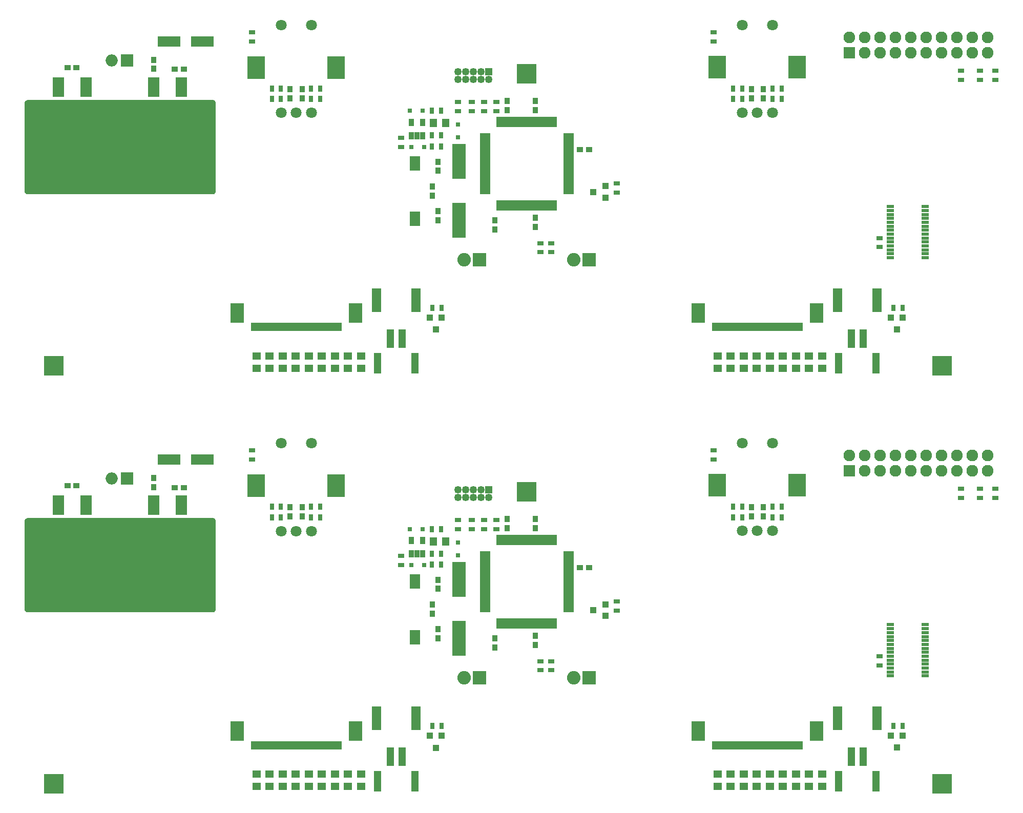
<source format=gbr>
G04 #@! TF.FileFunction,Soldermask,Top*
%FSLAX46Y46*%
G04 Gerber Fmt 4.6, Leading zero omitted, Abs format (unit mm)*
G04 Created by KiCad (PCBNEW 4.0.1-stable) date Fri 05 Feb 2016 02:26:42 PM CET*
%MOMM*%
G01*
G04 APERTURE LIST*
%ADD10C,0.100000*%
%ADD11R,1.103200X0.703200*%
%ADD12O,2.003200X2.003200*%
%ADD13R,2.003200X2.003200*%
%ADD14R,1.203200X3.403200*%
%ADD15C,1.203200*%
%ADD16R,3.203200X3.203200*%
%ADD17R,2.203200X3.203200*%
%ADD18R,0.503200X1.453200*%
%ADD19R,1.930400X1.930400*%
%ADD20O,1.930400X1.930400*%
%ADD21R,0.853200X1.263200*%
%ADD22R,1.854200X3.251200*%
%ADD23R,6.299200X6.299200*%
%ADD24R,0.703200X1.103200*%
%ADD25R,1.003300X1.003300*%
%ADD26R,0.793200X0.653200*%
%ADD27R,0.653200X0.793200*%
%ADD28R,0.953200X1.003200*%
%ADD29R,1.203200X1.453200*%
%ADD30R,2.235200X2.235200*%
%ADD31O,2.235200X2.235200*%
%ADD32R,2.303780X5.803900*%
%ADD33R,1.303200X0.603200*%
%ADD34R,1.703200X0.483200*%
%ADD35R,0.483200X1.703200*%
%ADD36R,1.803200X2.383200*%
%ADD37R,1.253200X1.253200*%
%ADD38C,1.253200*%
%ADD39R,1.203200X3.053200*%
%ADD40R,1.603200X4.003200*%
%ADD41C,1.803200*%
%ADD42R,3.003200X3.803200*%
%ADD43R,1.003200X0.953200*%
%ADD44R,1.453200X1.203200*%
%ADD45R,3.802380X1.803400*%
%ADD46C,0.254000*%
G04 APERTURE END LIST*
D10*
D11*
X156038034Y-119199106D03*
X156038034Y-120699106D03*
D12*
X29154234Y-89875506D03*
D13*
X31654234Y-89875506D03*
D14*
X79255034Y-139862706D03*
X73055034Y-139862706D03*
X155455034Y-139862706D03*
X149255034Y-139862706D03*
D15*
X166322494Y-140319906D03*
D16*
X166322494Y-140319906D03*
D15*
X97691694Y-92034506D03*
D16*
X97691694Y-92034506D03*
D15*
X19535894Y-140319906D03*
D16*
X19535894Y-140319906D03*
D17*
X49853094Y-131578406D03*
X69433094Y-131578406D03*
D18*
X66893094Y-133903406D03*
X66393094Y-133903406D03*
X65893094Y-133903406D03*
X65393094Y-133903406D03*
X64893094Y-133903406D03*
X64393094Y-133903406D03*
X63893094Y-133903406D03*
X63393094Y-133903406D03*
X62893094Y-133903406D03*
X62393094Y-133903406D03*
X61893094Y-133903406D03*
X61393094Y-133903406D03*
X60893094Y-133903406D03*
X60393094Y-133903406D03*
X59893094Y-133903406D03*
X59393094Y-133903406D03*
X58893094Y-133903406D03*
X58393094Y-133903406D03*
X57893094Y-133903406D03*
X57393094Y-133903406D03*
X56893094Y-133903406D03*
X56393094Y-133903406D03*
X55893094Y-133903406D03*
X55393094Y-133903406D03*
X54893094Y-133903406D03*
X54393094Y-133903406D03*
X53893094Y-133903406D03*
X53393094Y-133903406D03*
X52893094Y-133903406D03*
X52393094Y-133903406D03*
D17*
X126053094Y-131578406D03*
X145633094Y-131578406D03*
D18*
X143093094Y-133903406D03*
X142593094Y-133903406D03*
X142093094Y-133903406D03*
X141593094Y-133903406D03*
X141093094Y-133903406D03*
X140593094Y-133903406D03*
X140093094Y-133903406D03*
X139593094Y-133903406D03*
X139093094Y-133903406D03*
X138593094Y-133903406D03*
X138093094Y-133903406D03*
X137593094Y-133903406D03*
X137093094Y-133903406D03*
X136593094Y-133903406D03*
X136093094Y-133903406D03*
X135593094Y-133903406D03*
X135093094Y-133903406D03*
X134593094Y-133903406D03*
X134093094Y-133903406D03*
X133593094Y-133903406D03*
X133093094Y-133903406D03*
X132593094Y-133903406D03*
X132093094Y-133903406D03*
X131593094Y-133903406D03*
X131093094Y-133903406D03*
X130593094Y-133903406D03*
X130093094Y-133903406D03*
X129593094Y-133903406D03*
X129093094Y-133903406D03*
X128593094Y-133903406D03*
D19*
X151025094Y-88587906D03*
D20*
X151025094Y-86047906D03*
X153565094Y-88587906D03*
X153565094Y-86047906D03*
X156105094Y-88587906D03*
X156105094Y-86047906D03*
X158645094Y-88587906D03*
X158645094Y-86047906D03*
X161185094Y-88587906D03*
X161185094Y-86047906D03*
X163725094Y-88587906D03*
X163725094Y-86047906D03*
X166265094Y-88587906D03*
X166265094Y-86047906D03*
X168805094Y-88587906D03*
X168805094Y-86047906D03*
X171345094Y-88587906D03*
X171345094Y-86047906D03*
X173885094Y-88587906D03*
X173885094Y-86047906D03*
D21*
X78632094Y-102260906D03*
X79582094Y-102260906D03*
X80532094Y-102260906D03*
X80532094Y-100060906D03*
X78632094Y-100060906D03*
D22*
X24845094Y-94239406D03*
D23*
X22559094Y-100589406D03*
D22*
X20273094Y-94239406D03*
D11*
X76978594Y-102633406D03*
X76978594Y-104133406D03*
X169472694Y-93020906D03*
X169472694Y-91520906D03*
X172622294Y-93020906D03*
X172622294Y-91520906D03*
X175149594Y-93020906D03*
X175149594Y-91520906D03*
D24*
X82070594Y-104081906D03*
X83570594Y-104081906D03*
X83570594Y-102240406D03*
X82070594Y-102240406D03*
X83570594Y-98176406D03*
X82070594Y-98176406D03*
D25*
X110733354Y-112524906D03*
X110733354Y-110624906D03*
X108734374Y-111574906D03*
D26*
X80764094Y-104145406D03*
X78654094Y-104145406D03*
D27*
X86363894Y-100436106D03*
X86363894Y-102546106D03*
D26*
X80510094Y-98176406D03*
X78400094Y-98176406D03*
D28*
X82122094Y-110697906D03*
X82122094Y-112197906D03*
D29*
X84328594Y-100208406D03*
X82328594Y-100208406D03*
D28*
X36073834Y-91235106D03*
X36073834Y-89735106D03*
D30*
X89874594Y-122750906D03*
D31*
X87334594Y-122750906D03*
D30*
X108035594Y-122750906D03*
D31*
X105495594Y-122750906D03*
D32*
X86554394Y-106535546D03*
X86554394Y-116233266D03*
D33*
X163534294Y-122454706D03*
X163534294Y-121804706D03*
X163534294Y-121154706D03*
X163534294Y-120504706D03*
X163534294Y-119854706D03*
X163534294Y-119204706D03*
X163534294Y-118554706D03*
X163534294Y-117904706D03*
X163534294Y-117254706D03*
X163534294Y-116604706D03*
X163534294Y-115954706D03*
X163534294Y-115304706D03*
X163534294Y-114654706D03*
X163534294Y-114004706D03*
X157834294Y-114004706D03*
X157834294Y-114654706D03*
X157834294Y-115304706D03*
X157834294Y-115954706D03*
X157834294Y-116604706D03*
X157834294Y-117254706D03*
X157834294Y-117904706D03*
X157834294Y-118554706D03*
X157834294Y-119204706D03*
X157834294Y-119854706D03*
X157834294Y-120504706D03*
X157834294Y-121154706D03*
X157834294Y-121804706D03*
X157834294Y-122454706D03*
D34*
X90817694Y-102151306D03*
X90817694Y-102651306D03*
X90817694Y-103151306D03*
X90817694Y-103651306D03*
X90817694Y-104151306D03*
X90817694Y-104651306D03*
X90817694Y-105151306D03*
X90817694Y-105651306D03*
X90817694Y-106151306D03*
X90817694Y-106651306D03*
X90817694Y-107151306D03*
X90817694Y-107651306D03*
X90817694Y-108151306D03*
X90817694Y-108651306D03*
X90817694Y-109151306D03*
X90817694Y-109651306D03*
X90817694Y-110151306D03*
X90817694Y-110651306D03*
X90817694Y-111151306D03*
X90817694Y-111651306D03*
D35*
X92967694Y-113801306D03*
X93467694Y-113801306D03*
X93967694Y-113801306D03*
X94467694Y-113801306D03*
X94967694Y-113801306D03*
X95467694Y-113801306D03*
X95967694Y-113801306D03*
X96467694Y-113801306D03*
X96967694Y-113801306D03*
X97467694Y-113801306D03*
X97967694Y-113801306D03*
X98467694Y-113801306D03*
X98967694Y-113801306D03*
X99467694Y-113801306D03*
X99967694Y-113801306D03*
X100467694Y-113801306D03*
X100967694Y-113801306D03*
X101467694Y-113801306D03*
X101967694Y-113801306D03*
X102467694Y-113801306D03*
D34*
X104617694Y-111651306D03*
X104617694Y-111151306D03*
X104617694Y-110651306D03*
X104617694Y-110151306D03*
X104617694Y-109651306D03*
X104617694Y-109151306D03*
X104617694Y-108651306D03*
X104617694Y-108151306D03*
X104617694Y-107651306D03*
X104617694Y-107151306D03*
X104617694Y-106651306D03*
X104617694Y-106151306D03*
X104617694Y-105651306D03*
X104617694Y-105151306D03*
X104617694Y-104651306D03*
X104617694Y-104151306D03*
X104617694Y-103651306D03*
X104617694Y-103151306D03*
X104617694Y-102651306D03*
X104617694Y-102151306D03*
D35*
X102467694Y-100001306D03*
X101967694Y-100001306D03*
X101467694Y-100001306D03*
X100967694Y-100001306D03*
X100467694Y-100001306D03*
X99967694Y-100001306D03*
X99467694Y-100001306D03*
X98967694Y-100001306D03*
X98467694Y-100001306D03*
X97967694Y-100001306D03*
X97467694Y-100001306D03*
X96967694Y-100001306D03*
X96467694Y-100001306D03*
X95967694Y-100001306D03*
X95467694Y-100001306D03*
X94967694Y-100001306D03*
X94467694Y-100001306D03*
X93967694Y-100001306D03*
X93467694Y-100001306D03*
X92967694Y-100001306D03*
D22*
X40656594Y-94239406D03*
D23*
X38370594Y-100589406D03*
D22*
X36084594Y-94239406D03*
D36*
X79203194Y-106835366D03*
X79198554Y-116040226D03*
D24*
X62068094Y-96233306D03*
X63568094Y-96233306D03*
X138318894Y-96233306D03*
X139818894Y-96233306D03*
X63568094Y-94506106D03*
X62068094Y-94506106D03*
X139818894Y-94506106D03*
X138318894Y-94506106D03*
D11*
X99965594Y-121532406D03*
X99965594Y-120032406D03*
D24*
X57091094Y-96233306D03*
X55591094Y-96233306D03*
X133341894Y-96233306D03*
X131841894Y-96233306D03*
X55591094Y-94506106D03*
X57091094Y-94506106D03*
X131841894Y-94506106D03*
X133341894Y-94506106D03*
D11*
X52327894Y-86670906D03*
X52327894Y-85170906D03*
X128578694Y-86670906D03*
X128578694Y-85170906D03*
X101743594Y-121532406D03*
X101743594Y-120032406D03*
X86313094Y-98227906D03*
X86313094Y-96727906D03*
X88662594Y-98227906D03*
X88662594Y-96727906D03*
X90631094Y-98227906D03*
X90631094Y-96727906D03*
X92663094Y-98227906D03*
X92663094Y-96727906D03*
X112602094Y-111689906D03*
X112602094Y-110189906D03*
D24*
X82123334Y-130718706D03*
X83623334Y-130718706D03*
X158310634Y-130718706D03*
X159810634Y-130718706D03*
D25*
X83632834Y-132334146D03*
X81732834Y-132334146D03*
X82682834Y-134333126D03*
X159820134Y-132321446D03*
X157920134Y-132321446D03*
X158870134Y-134320426D03*
D37*
X91456594Y-91699406D03*
D38*
X90186594Y-91699406D03*
X88916594Y-91699406D03*
X87646594Y-91699406D03*
X86376594Y-91699406D03*
X90186594Y-92969406D03*
X88916594Y-92969406D03*
X87646594Y-92969406D03*
X86376594Y-92969406D03*
X91456594Y-92969406D03*
D39*
X75153094Y-135813906D03*
X77153094Y-135813906D03*
D40*
X72903094Y-129438906D03*
X79403094Y-129438906D03*
D39*
X151353094Y-135813906D03*
X153353094Y-135813906D03*
D40*
X149103094Y-129438906D03*
X155603094Y-129438906D03*
D41*
X57106894Y-98519306D03*
X57106894Y-84019306D03*
X62106894Y-98519306D03*
X62106894Y-84019306D03*
X59606894Y-98519306D03*
D42*
X53006894Y-91019306D03*
X66206894Y-91019306D03*
D41*
X133332294Y-98468506D03*
X133332294Y-83968506D03*
X138332294Y-98468506D03*
X138332294Y-83968506D03*
X135832294Y-98468506D03*
D42*
X129232294Y-90968506D03*
X142432294Y-90968506D03*
D28*
X60582894Y-96094306D03*
X60582894Y-94594306D03*
X136833694Y-96094306D03*
X136833694Y-94594306D03*
X58576294Y-96094306D03*
X58576294Y-94594306D03*
X134827094Y-96094306D03*
X134827094Y-94594306D03*
X83011094Y-116261906D03*
X83011094Y-114761906D03*
X83011094Y-106570406D03*
X83011094Y-108070406D03*
X99140094Y-115841406D03*
X99140094Y-117341406D03*
X99153494Y-98024706D03*
X99153494Y-96524706D03*
X94441094Y-98037406D03*
X94441094Y-96537406D03*
D43*
X106506094Y-104589906D03*
X108006094Y-104589906D03*
D28*
X92409094Y-116285906D03*
X92409094Y-117785906D03*
D44*
X53039094Y-140705406D03*
X53039094Y-138705406D03*
X68152094Y-140705406D03*
X68152094Y-138705406D03*
X65993094Y-140705406D03*
X65993094Y-138705406D03*
X63834094Y-140705406D03*
X63834094Y-138705406D03*
X59516094Y-140705406D03*
X59516094Y-138705406D03*
X61675094Y-140705406D03*
X61675094Y-138705406D03*
X70311094Y-140705406D03*
X70311094Y-138705406D03*
X57357094Y-140705406D03*
X57357094Y-138705406D03*
X55198094Y-138705406D03*
X55198094Y-140705406D03*
X129239094Y-140705406D03*
X129239094Y-138705406D03*
X144352094Y-140705406D03*
X144352094Y-138705406D03*
X142193094Y-140705406D03*
X142193094Y-138705406D03*
X140034094Y-140705406D03*
X140034094Y-138705406D03*
X135716094Y-140705406D03*
X135716094Y-138705406D03*
X137875094Y-140705406D03*
X137875094Y-138705406D03*
X146511094Y-140705406D03*
X146511094Y-138705406D03*
X133557094Y-140705406D03*
X133557094Y-138705406D03*
X131398094Y-138705406D03*
X131398094Y-140705406D03*
D45*
X44105914Y-86682906D03*
X38604274Y-86682906D03*
D43*
X41025594Y-91318406D03*
X39525594Y-91318406D03*
X21811034Y-91043906D03*
X23311034Y-91043906D03*
X21811034Y-21945302D03*
X23311034Y-21945302D03*
X41025594Y-22219802D03*
X39525594Y-22219802D03*
D45*
X44105914Y-17584302D03*
X38604274Y-17584302D03*
D44*
X131398094Y-69606802D03*
X131398094Y-71606802D03*
X133557094Y-71606802D03*
X133557094Y-69606802D03*
X146511094Y-71606802D03*
X146511094Y-69606802D03*
X137875094Y-71606802D03*
X137875094Y-69606802D03*
X135716094Y-71606802D03*
X135716094Y-69606802D03*
X140034094Y-71606802D03*
X140034094Y-69606802D03*
X142193094Y-71606802D03*
X142193094Y-69606802D03*
X144352094Y-71606802D03*
X144352094Y-69606802D03*
X129239094Y-71606802D03*
X129239094Y-69606802D03*
X55198094Y-69606802D03*
X55198094Y-71606802D03*
X57357094Y-71606802D03*
X57357094Y-69606802D03*
X70311094Y-71606802D03*
X70311094Y-69606802D03*
X61675094Y-71606802D03*
X61675094Y-69606802D03*
X59516094Y-71606802D03*
X59516094Y-69606802D03*
X63834094Y-71606802D03*
X63834094Y-69606802D03*
X65993094Y-71606802D03*
X65993094Y-69606802D03*
X68152094Y-71606802D03*
X68152094Y-69606802D03*
X53039094Y-71606802D03*
X53039094Y-69606802D03*
D28*
X92409094Y-47187302D03*
X92409094Y-48687302D03*
D43*
X106506094Y-35491302D03*
X108006094Y-35491302D03*
D28*
X94441094Y-28938802D03*
X94441094Y-27438802D03*
X99153494Y-28926102D03*
X99153494Y-27426102D03*
X99140094Y-46742802D03*
X99140094Y-48242802D03*
X83011094Y-37471802D03*
X83011094Y-38971802D03*
X83011094Y-47163302D03*
X83011094Y-45663302D03*
X134827094Y-26995702D03*
X134827094Y-25495702D03*
X58576294Y-26995702D03*
X58576294Y-25495702D03*
X136833694Y-26995702D03*
X136833694Y-25495702D03*
X60582894Y-26995702D03*
X60582894Y-25495702D03*
D41*
X133332294Y-29369902D03*
X133332294Y-14869902D03*
X138332294Y-29369902D03*
X138332294Y-14869902D03*
X135832294Y-29369902D03*
D42*
X129232294Y-21869902D03*
X142432294Y-21869902D03*
D41*
X57106894Y-29420702D03*
X57106894Y-14920702D03*
X62106894Y-29420702D03*
X62106894Y-14920702D03*
X59606894Y-29420702D03*
D42*
X53006894Y-21920702D03*
X66206894Y-21920702D03*
D39*
X151353094Y-66715302D03*
X153353094Y-66715302D03*
D40*
X149103094Y-60340302D03*
X155603094Y-60340302D03*
D39*
X75153094Y-66715302D03*
X77153094Y-66715302D03*
D40*
X72903094Y-60340302D03*
X79403094Y-60340302D03*
D37*
X91456594Y-22600802D03*
D38*
X90186594Y-22600802D03*
X88916594Y-22600802D03*
X87646594Y-22600802D03*
X86376594Y-22600802D03*
X90186594Y-23870802D03*
X88916594Y-23870802D03*
X87646594Y-23870802D03*
X86376594Y-23870802D03*
X91456594Y-23870802D03*
D25*
X159820134Y-63222842D03*
X157920134Y-63222842D03*
X158870134Y-65221822D03*
X83632834Y-63235542D03*
X81732834Y-63235542D03*
X82682834Y-65234522D03*
D24*
X158310634Y-61620102D03*
X159810634Y-61620102D03*
X82123334Y-61620102D03*
X83623334Y-61620102D03*
D11*
X112602094Y-42591302D03*
X112602094Y-41091302D03*
X92663094Y-29129302D03*
X92663094Y-27629302D03*
X90631094Y-29129302D03*
X90631094Y-27629302D03*
X88662594Y-29129302D03*
X88662594Y-27629302D03*
X86313094Y-29129302D03*
X86313094Y-27629302D03*
X101743594Y-52433802D03*
X101743594Y-50933802D03*
X128578694Y-17572302D03*
X128578694Y-16072302D03*
X52327894Y-17572302D03*
X52327894Y-16072302D03*
D24*
X131841894Y-25407502D03*
X133341894Y-25407502D03*
X55591094Y-25407502D03*
X57091094Y-25407502D03*
X133341894Y-27134702D03*
X131841894Y-27134702D03*
X57091094Y-27134702D03*
X55591094Y-27134702D03*
D11*
X99965594Y-52433802D03*
X99965594Y-50933802D03*
D24*
X139818894Y-25407502D03*
X138318894Y-25407502D03*
X63568094Y-25407502D03*
X62068094Y-25407502D03*
X138318894Y-27134702D03*
X139818894Y-27134702D03*
X62068094Y-27134702D03*
X63568094Y-27134702D03*
D36*
X79203194Y-37736762D03*
X79198554Y-46941622D03*
D22*
X40656594Y-25140802D03*
D23*
X38370594Y-31490802D03*
D22*
X36084594Y-25140802D03*
D34*
X90817694Y-33052702D03*
X90817694Y-33552702D03*
X90817694Y-34052702D03*
X90817694Y-34552702D03*
X90817694Y-35052702D03*
X90817694Y-35552702D03*
X90817694Y-36052702D03*
X90817694Y-36552702D03*
X90817694Y-37052702D03*
X90817694Y-37552702D03*
X90817694Y-38052702D03*
X90817694Y-38552702D03*
X90817694Y-39052702D03*
X90817694Y-39552702D03*
X90817694Y-40052702D03*
X90817694Y-40552702D03*
X90817694Y-41052702D03*
X90817694Y-41552702D03*
X90817694Y-42052702D03*
X90817694Y-42552702D03*
D35*
X92967694Y-44702702D03*
X93467694Y-44702702D03*
X93967694Y-44702702D03*
X94467694Y-44702702D03*
X94967694Y-44702702D03*
X95467694Y-44702702D03*
X95967694Y-44702702D03*
X96467694Y-44702702D03*
X96967694Y-44702702D03*
X97467694Y-44702702D03*
X97967694Y-44702702D03*
X98467694Y-44702702D03*
X98967694Y-44702702D03*
X99467694Y-44702702D03*
X99967694Y-44702702D03*
X100467694Y-44702702D03*
X100967694Y-44702702D03*
X101467694Y-44702702D03*
X101967694Y-44702702D03*
X102467694Y-44702702D03*
D34*
X104617694Y-42552702D03*
X104617694Y-42052702D03*
X104617694Y-41552702D03*
X104617694Y-41052702D03*
X104617694Y-40552702D03*
X104617694Y-40052702D03*
X104617694Y-39552702D03*
X104617694Y-39052702D03*
X104617694Y-38552702D03*
X104617694Y-38052702D03*
X104617694Y-37552702D03*
X104617694Y-37052702D03*
X104617694Y-36552702D03*
X104617694Y-36052702D03*
X104617694Y-35552702D03*
X104617694Y-35052702D03*
X104617694Y-34552702D03*
X104617694Y-34052702D03*
X104617694Y-33552702D03*
X104617694Y-33052702D03*
D35*
X102467694Y-30902702D03*
X101967694Y-30902702D03*
X101467694Y-30902702D03*
X100967694Y-30902702D03*
X100467694Y-30902702D03*
X99967694Y-30902702D03*
X99467694Y-30902702D03*
X98967694Y-30902702D03*
X98467694Y-30902702D03*
X97967694Y-30902702D03*
X97467694Y-30902702D03*
X96967694Y-30902702D03*
X96467694Y-30902702D03*
X95967694Y-30902702D03*
X95467694Y-30902702D03*
X94967694Y-30902702D03*
X94467694Y-30902702D03*
X93967694Y-30902702D03*
X93467694Y-30902702D03*
X92967694Y-30902702D03*
D33*
X163534294Y-53356102D03*
X163534294Y-52706102D03*
X163534294Y-52056102D03*
X163534294Y-51406102D03*
X163534294Y-50756102D03*
X163534294Y-50106102D03*
X163534294Y-49456102D03*
X163534294Y-48806102D03*
X163534294Y-48156102D03*
X163534294Y-47506102D03*
X163534294Y-46856102D03*
X163534294Y-46206102D03*
X163534294Y-45556102D03*
X163534294Y-44906102D03*
X157834294Y-44906102D03*
X157834294Y-45556102D03*
X157834294Y-46206102D03*
X157834294Y-46856102D03*
X157834294Y-47506102D03*
X157834294Y-48156102D03*
X157834294Y-48806102D03*
X157834294Y-49456102D03*
X157834294Y-50106102D03*
X157834294Y-50756102D03*
X157834294Y-51406102D03*
X157834294Y-52056102D03*
X157834294Y-52706102D03*
X157834294Y-53356102D03*
D32*
X86554394Y-37436942D03*
X86554394Y-47134662D03*
D30*
X108035594Y-53652302D03*
D31*
X105495594Y-53652302D03*
D30*
X89874594Y-53652302D03*
D31*
X87334594Y-53652302D03*
D28*
X36073834Y-22136502D03*
X36073834Y-20636502D03*
D29*
X84328594Y-31109802D03*
X82328594Y-31109802D03*
D28*
X82122094Y-41599302D03*
X82122094Y-43099302D03*
D26*
X80510094Y-29077802D03*
X78400094Y-29077802D03*
D27*
X86363894Y-31337502D03*
X86363894Y-33447502D03*
D26*
X80764094Y-35046802D03*
X78654094Y-35046802D03*
D25*
X110733354Y-43426302D03*
X110733354Y-41526302D03*
X108734374Y-42476302D03*
D24*
X83570594Y-29077802D03*
X82070594Y-29077802D03*
X83570594Y-33141802D03*
X82070594Y-33141802D03*
X82070594Y-34983302D03*
X83570594Y-34983302D03*
D11*
X175149594Y-23922302D03*
X175149594Y-22422302D03*
X172622294Y-23922302D03*
X172622294Y-22422302D03*
X169472694Y-23922302D03*
X169472694Y-22422302D03*
X76978594Y-33534802D03*
X76978594Y-35034802D03*
D22*
X24845094Y-25140802D03*
D23*
X22559094Y-31490802D03*
D22*
X20273094Y-25140802D03*
D21*
X78632094Y-33162302D03*
X79582094Y-33162302D03*
X80532094Y-33162302D03*
X80532094Y-30962302D03*
X78632094Y-30962302D03*
D19*
X151025094Y-19489302D03*
D20*
X151025094Y-16949302D03*
X153565094Y-19489302D03*
X153565094Y-16949302D03*
X156105094Y-19489302D03*
X156105094Y-16949302D03*
X158645094Y-19489302D03*
X158645094Y-16949302D03*
X161185094Y-19489302D03*
X161185094Y-16949302D03*
X163725094Y-19489302D03*
X163725094Y-16949302D03*
X166265094Y-19489302D03*
X166265094Y-16949302D03*
X168805094Y-19489302D03*
X168805094Y-16949302D03*
X171345094Y-19489302D03*
X171345094Y-16949302D03*
X173885094Y-19489302D03*
X173885094Y-16949302D03*
D17*
X126053094Y-62479802D03*
X145633094Y-62479802D03*
D18*
X143093094Y-64804802D03*
X142593094Y-64804802D03*
X142093094Y-64804802D03*
X141593094Y-64804802D03*
X141093094Y-64804802D03*
X140593094Y-64804802D03*
X140093094Y-64804802D03*
X139593094Y-64804802D03*
X139093094Y-64804802D03*
X138593094Y-64804802D03*
X138093094Y-64804802D03*
X137593094Y-64804802D03*
X137093094Y-64804802D03*
X136593094Y-64804802D03*
X136093094Y-64804802D03*
X135593094Y-64804802D03*
X135093094Y-64804802D03*
X134593094Y-64804802D03*
X134093094Y-64804802D03*
X133593094Y-64804802D03*
X133093094Y-64804802D03*
X132593094Y-64804802D03*
X132093094Y-64804802D03*
X131593094Y-64804802D03*
X131093094Y-64804802D03*
X130593094Y-64804802D03*
X130093094Y-64804802D03*
X129593094Y-64804802D03*
X129093094Y-64804802D03*
X128593094Y-64804802D03*
D17*
X49853094Y-62479802D03*
X69433094Y-62479802D03*
D18*
X66893094Y-64804802D03*
X66393094Y-64804802D03*
X65893094Y-64804802D03*
X65393094Y-64804802D03*
X64893094Y-64804802D03*
X64393094Y-64804802D03*
X63893094Y-64804802D03*
X63393094Y-64804802D03*
X62893094Y-64804802D03*
X62393094Y-64804802D03*
X61893094Y-64804802D03*
X61393094Y-64804802D03*
X60893094Y-64804802D03*
X60393094Y-64804802D03*
X59893094Y-64804802D03*
X59393094Y-64804802D03*
X58893094Y-64804802D03*
X58393094Y-64804802D03*
X57893094Y-64804802D03*
X57393094Y-64804802D03*
X56893094Y-64804802D03*
X56393094Y-64804802D03*
X55893094Y-64804802D03*
X55393094Y-64804802D03*
X54893094Y-64804802D03*
X54393094Y-64804802D03*
X53893094Y-64804802D03*
X53393094Y-64804802D03*
X52893094Y-64804802D03*
X52393094Y-64804802D03*
D15*
X19535894Y-71221302D03*
D16*
X19535894Y-71221302D03*
D15*
X97691694Y-22935902D03*
D16*
X97691694Y-22935902D03*
D15*
X166322494Y-71221302D03*
D16*
X166322494Y-71221302D03*
D14*
X155455034Y-70764102D03*
X149255034Y-70764102D03*
X79255034Y-70764102D03*
X73055034Y-70764102D03*
D12*
X29154234Y-20776902D03*
D13*
X31654234Y-20776902D03*
D11*
X156038034Y-50100502D03*
X156038034Y-51600502D03*
D46*
G36*
X45937884Y-27406694D02*
X46058085Y-27487011D01*
X46138402Y-27607212D01*
X46169094Y-27761511D01*
X46169094Y-42293993D01*
X46138402Y-42448292D01*
X46058085Y-42568493D01*
X45937884Y-42648810D01*
X45783585Y-42679502D01*
X15198303Y-42679502D01*
X15044004Y-42648810D01*
X14923803Y-42568493D01*
X14843486Y-42448292D01*
X14812794Y-42293993D01*
X14812794Y-27761511D01*
X14843486Y-27607212D01*
X14923803Y-27487011D01*
X15044004Y-27406694D01*
X15198303Y-27376002D01*
X45783585Y-27376002D01*
X45937884Y-27406694D01*
X45937884Y-27406694D01*
G37*
X45937884Y-27406694D02*
X46058085Y-27487011D01*
X46138402Y-27607212D01*
X46169094Y-27761511D01*
X46169094Y-42293993D01*
X46138402Y-42448292D01*
X46058085Y-42568493D01*
X45937884Y-42648810D01*
X45783585Y-42679502D01*
X15198303Y-42679502D01*
X15044004Y-42648810D01*
X14923803Y-42568493D01*
X14843486Y-42448292D01*
X14812794Y-42293993D01*
X14812794Y-27761511D01*
X14843486Y-27607212D01*
X14923803Y-27487011D01*
X15044004Y-27406694D01*
X15198303Y-27376002D01*
X45783585Y-27376002D01*
X45937884Y-27406694D01*
G36*
X45937884Y-96505298D02*
X46058085Y-96585615D01*
X46138402Y-96705816D01*
X46169094Y-96860115D01*
X46169094Y-111392597D01*
X46138402Y-111546896D01*
X46058085Y-111667097D01*
X45937884Y-111747414D01*
X45783585Y-111778106D01*
X15198303Y-111778106D01*
X15044004Y-111747414D01*
X14923803Y-111667097D01*
X14843486Y-111546896D01*
X14812794Y-111392597D01*
X14812794Y-96860115D01*
X14843486Y-96705816D01*
X14923803Y-96585615D01*
X15044004Y-96505298D01*
X15198303Y-96474606D01*
X45783585Y-96474606D01*
X45937884Y-96505298D01*
X45937884Y-96505298D01*
G37*
X45937884Y-96505298D02*
X46058085Y-96585615D01*
X46138402Y-96705816D01*
X46169094Y-96860115D01*
X46169094Y-111392597D01*
X46138402Y-111546896D01*
X46058085Y-111667097D01*
X45937884Y-111747414D01*
X45783585Y-111778106D01*
X15198303Y-111778106D01*
X15044004Y-111747414D01*
X14923803Y-111667097D01*
X14843486Y-111546896D01*
X14812794Y-111392597D01*
X14812794Y-96860115D01*
X14843486Y-96705816D01*
X14923803Y-96585615D01*
X15044004Y-96505298D01*
X15198303Y-96474606D01*
X45783585Y-96474606D01*
X45937884Y-96505298D01*
M02*

</source>
